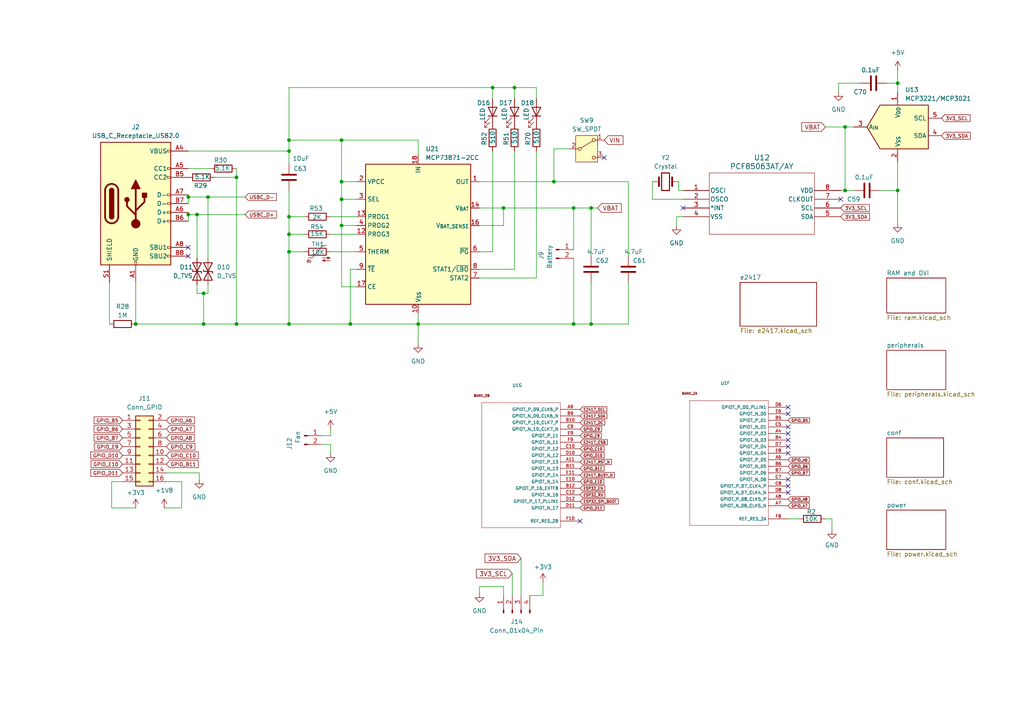
<source format=kicad_sch>
(kicad_sch (version 20250114) (generator "eeschema") (generator_version "9.0")
  (paper "A4")
  (junction (at 101.6 93.98))
  (junction (at 149.225 25.4))
  (junction (at 60.325 57.15))
  (junction (at 166.37 60.325))
  (junction (at 99.06 52.705))
  (junction (at 83.82 43.815))
  (junction (at 160.655 52.705))
  (junction (at 59.055 85.09))
  (junction (at 57.15 62.23))
  (junction (at 59.055 93.98))
  (junction (at 83.82 73.025))
  (junction (at 83.82 93.98))
  (junction (at 245.11 36.83))
  (junction (at 245.11 55.245))
  (junction (at 166.37 93.98))
  (junction (at 121.285 93.98))
  (junction (at 171.45 60.325))
  (junction (at 99.06 40.64))
  (junction (at 83.82 40.64))
  (junction (at 83.82 67.945))
  (junction (at 99.06 57.785))
  (junction (at 99.06 65.405))
  (junction (at 142.875 25.4))
  (junction (at 68.58 51.435))
  (junction (at 171.45 93.98))
  (junction (at 260.35 55.245))
  (junction (at 146.05 60.325))
  (junction (at 260.35 24.13))
  (junction (at 39.37 93.98))
  (junction (at 83.82 62.865))
  (junction (at 68.58 93.98))
  (junction (at 54.61 62.23))
  (junction (at 54.61 57.15))
  (no_connect (at 54.61 71.755))
  (no_connect (at 228.6 142.875))
  (no_connect (at 228.6 125.73))
  (no_connect (at 228.6 129.54))
  (no_connect (at 228.6 123.825))
  (no_connect (at 228.6 131.445))
  (no_connect (at 228.6 120.015))
  (no_connect (at 228.6 140.97))
  (no_connect (at 228.6 139.065))
  (no_connect (at 168.275 151.13))
  (no_connect (at 54.61 74.295))
  (no_connect (at 175.26 45.72))
  (no_connect (at 243.84 57.785))
  (no_connect (at 198.12 60.325))
  (no_connect (at 228.6 118.11))
  (no_connect (at 228.6 127.635))
  (wire (pts (xy 83.82 73.025) (xy 88.265 73.025)))
  (wire (pts (xy 155.575 25.4) (xy 149.225 25.4)))
  (wire (pts (xy 59.055 85.09) (xy 60.325 85.09)))
  (wire (pts (xy 101.6 93.98) (xy 121.285 93.98)))
  (wire (pts (xy 121.285 90.805) (xy 121.285 93.98)))
  (wire (pts (xy 54.61 57.15) (xy 54.61 59.055)))
  (wire (pts (xy 260.35 55.245) (xy 260.35 64.77)))
  (wire (pts (xy 121.285 93.98) (xy 121.285 99.695)))
  (wire (pts (xy 57.15 62.23) (xy 71.12 62.23)))
  (wire (pts (xy 95.885 62.865) (xy 103.505 62.865)))
  (wire (pts (xy 241.3 150.495) (xy 241.3 153.67)))
  (wire (pts (xy 93.345 128.905) (xy 95.885 128.905)))
  (wire (pts (xy 146.05 170.18) (xy 139.065 170.18)))
  (wire (pts (xy 155.575 28.575) (xy 155.575 25.4)))
  (wire (pts (xy 151.13 161.925) (xy 151.13 172.72)))
  (wire (pts (xy 260.35 24.13) (xy 260.35 26.67)))
  (wire (pts (xy 245.11 55.245) (xy 247.65 55.245)))
  (wire (pts (xy 57.785 137.16) (xy 57.785 139.065)))
  (wire (pts (xy 260.35 20.32) (xy 260.35 24.13)))
  (wire (pts (xy 83.82 25.4) (xy 83.82 40.64)))
  (wire (pts (xy 54.61 62.23) (xy 57.15 62.23)))
  (wire (pts (xy 99.06 40.64) (xy 83.82 40.64)))
  (wire (pts (xy 95.885 126.365) (xy 93.345 126.365)))
  (wire (pts (xy 171.45 74.295) (xy 171.45 60.325)))
  (wire (pts (xy 239.395 36.83) (xy 245.11 36.83)))
  (wire (pts (xy 142.875 25.4) (xy 142.875 28.575)))
  (wire (pts (xy 99.06 65.405) (xy 99.06 57.785)))
  (wire (pts (xy 60.325 57.15) (xy 60.325 74.93)))
  (wire (pts (xy 83.82 43.815) (xy 83.82 47.625)))
  (wire (pts (xy 160.655 43.18) (xy 160.655 52.705)))
  (wire (pts (xy 121.285 45.085) (xy 121.285 40.64)))
  (wire (pts (xy 139.065 65.405) (xy 146.05 65.405)))
  (wire (pts (xy 95.885 73.025) (xy 103.505 73.025)))
  (wire (pts (xy 243.205 24.13) (xy 249.555 24.13)))
  (wire (pts (xy 153.67 172.72) (xy 157.48 172.72)))
  (wire (pts (xy 146.05 65.405) (xy 146.05 60.325)))
  (wire (pts (xy 39.37 93.98) (xy 59.055 93.98)))
  (wire (pts (xy 103.505 65.405) (xy 99.06 65.405)))
  (wire (pts (xy 245.11 36.83) (xy 245.11 55.245)))
  (wire (pts (xy 139.065 60.325) (xy 146.05 60.325)))
  (wire (pts (xy 139.065 170.18) (xy 139.065 172.085)))
  (wire (pts (xy 260.35 46.99) (xy 260.35 55.245)))
  (wire (pts (xy 196.85 55.245) (xy 198.12 55.245)))
  (wire (pts (xy 247.65 36.83) (xy 245.11 36.83)))
  (wire (pts (xy 198.12 62.865) (xy 196.215 62.865)))
  (wire (pts (xy 60.325 57.15) (xy 71.12 57.15)))
  (wire (pts (xy 57.15 85.09) (xy 59.055 85.09)))
  (wire (pts (xy 228.6 150.495) (xy 231.775 150.495)))
  (wire (pts (xy 166.37 60.325) (xy 171.45 60.325)))
  (wire (pts (xy 149.225 25.4) (xy 142.875 25.4)))
  (wire (pts (xy 171.45 81.915) (xy 171.45 93.98)))
  (wire (pts (xy 166.37 60.325) (xy 166.37 72.39)))
  (wire (pts (xy 83.82 62.865) (xy 88.265 62.865)))
  (wire (pts (xy 142.875 73.025) (xy 139.065 73.025)))
  (wire (pts (xy 189.23 52.705) (xy 189.23 57.785)))
  (wire (pts (xy 68.58 51.435) (xy 68.58 93.98)))
  (wire (pts (xy 155.575 43.815) (xy 155.575 80.645)))
  (wire (pts (xy 166.37 93.98) (xy 121.285 93.98)))
  (wire (pts (xy 95.885 124.46) (xy 95.885 126.365)))
  (wire (pts (xy 148.59 166.37) (xy 148.59 172.72)))
  (wire (pts (xy 165.1 43.18) (xy 160.655 43.18)))
  (wire (pts (xy 54.61 48.895) (xy 60.96 48.895)))
  (wire (pts (xy 99.06 83.185) (xy 99.06 65.405)))
  (wire (pts (xy 101.6 78.105) (xy 101.6 93.98)))
  (wire (pts (xy 95.885 67.945) (xy 103.505 67.945)))
  (wire (pts (xy 83.82 67.945) (xy 88.265 67.945)))
  (wire (pts (xy 149.225 43.815) (xy 149.225 78.105)))
  (wire (pts (xy 103.505 83.185) (xy 99.06 83.185)))
  (wire (pts (xy 182.245 81.915) (xy 182.245 93.98)))
  (wire (pts (xy 103.505 57.785) (xy 99.06 57.785)))
  (wire (pts (xy 155.575 80.645) (xy 139.065 80.645)))
  (wire (pts (xy 103.505 52.705) (xy 99.06 52.705)))
  (wire (pts (xy 160.655 52.705) (xy 182.245 52.705)))
  (wire (pts (xy 182.245 52.705) (xy 182.245 74.295)))
  (wire (pts (xy 139.065 52.705) (xy 160.655 52.705)))
  (wire (pts (xy 255.27 55.245) (xy 260.35 55.245)))
  (wire (pts (xy 243.84 55.245) (xy 245.11 55.245)))
  (wire (pts (xy 52.705 139.7) (xy 48.26 139.7)))
  (wire (pts (xy 54.61 56.515) (xy 54.61 57.15)))
  (wire (pts (xy 103.505 78.105) (xy 101.6 78.105)))
  (wire (pts (xy 59.055 93.98) (xy 68.58 93.98)))
  (wire (pts (xy 142.875 43.815) (xy 142.875 73.025)))
  (wire (pts (xy 54.61 57.15) (xy 60.325 57.15)))
  (wire (pts (xy 83.82 40.64) (xy 83.82 43.815)))
  (wire (pts (xy 68.58 48.895) (xy 68.58 51.435)))
  (wire (pts (xy 239.395 150.495) (xy 241.3 150.495)))
  (wire (pts (xy 196.215 62.865) (xy 196.215 65.405)))
  (wire (pts (xy 57.785 137.16) (xy 48.26 137.16)))
  (wire (pts (xy 83.82 73.025) (xy 83.82 93.98)))
  (wire (pts (xy 57.15 62.23) (xy 57.15 74.93)))
  (wire (pts (xy 146.05 60.325) (xy 166.37 60.325)))
  (wire (pts (xy 149.225 25.4) (xy 149.225 28.575)))
  (wire (pts (xy 166.37 93.98) (xy 171.45 93.98)))
  (wire (pts (xy 157.48 172.72) (xy 157.48 168.91)))
  (wire (pts (xy 196.85 52.705) (xy 196.85 55.245)))
  (wire (pts (xy 57.15 82.55) (xy 57.15 85.09)))
  (wire (pts (xy 83.82 62.865) (xy 83.82 67.945)))
  (wire (pts (xy 171.45 60.325) (xy 173.355 60.325)))
  (wire (pts (xy 52.705 147.32) (xy 52.705 139.7)))
  (wire (pts (xy 39.37 147.32) (xy 32.385 147.32)))
  (wire (pts (xy 62.23 51.435) (xy 68.58 51.435)))
  (wire (pts (xy 149.225 78.105) (xy 139.065 78.105)))
  (wire (pts (xy 39.37 93.98) (xy 39.37 81.915)))
  (wire (pts (xy 257.175 24.13) (xy 260.35 24.13)))
  (wire (pts (xy 60.325 82.55) (xy 60.325 85.09)))
  (wire (pts (xy 99.06 52.705) (xy 99.06 40.64)))
  (wire (pts (xy 83.82 67.945) (xy 83.82 73.025)))
  (wire (pts (xy 166.37 74.93) (xy 166.37 93.98)))
  (wire (pts (xy 121.285 40.64) (xy 99.06 40.64)))
  (wire (pts (xy 54.61 43.815) (xy 83.82 43.815)))
  (wire (pts (xy 95.885 128.905) (xy 95.885 131.445)))
  (wire (pts (xy 32.385 147.32) (xy 32.385 139.7)))
  (wire (pts (xy 83.82 55.245) (xy 83.82 62.865)))
  (wire (pts (xy 146.05 172.72) (xy 146.05 170.18)))
  (wire (pts (xy 99.06 57.785) (xy 99.06 52.705)))
  (wire (pts (xy 54.61 61.595) (xy 54.61 62.23)))
  (wire (pts (xy 47.625 147.32) (xy 52.705 147.32)))
  (wire (pts (xy 83.82 93.98) (xy 101.6 93.98)))
  (wire (pts (xy 32.385 139.7) (xy 35.56 139.7)))
  (wire (pts (xy 59.055 85.09) (xy 59.055 93.98)))
  (wire (pts (xy 182.245 93.98) (xy 171.45 93.98)))
  (wire (pts (xy 31.75 93.98) (xy 31.75 81.915)))
  (wire (pts (xy 54.61 62.23) (xy 54.61 64.135)))
  (wire (pts (xy 68.58 93.98) (xy 83.82 93.98)))
  (wire (pts (xy 142.875 25.4) (xy 83.82 25.4)))
  (wire (pts (xy 243.205 26.67) (xy 243.205 24.13)))
  (wire (pts (xy 189.23 57.785) (xy 198.12 57.785)))
  (global_label "E2417_DC" (shape input) (at 168.275 122.555 0) (effects (font (size 0.762 0.762))) (property "Intersheetrefs" "${INTERSHEET_REFS}" (effects (hide yes))))
  (global_label "GPIO_B7" (shape input) (at 35.56 127 180) (effects (font (size 1.016 1.016))) (property "Intersheetrefs" "${INTERSHEET_REFS}" (effects (hide yes))))
  (global_label "GPIO_E10" (shape input) (at 35.56 134.62 180) (effects (font (size 1.016 1.016))) (property "Intersheetrefs" "${INTERSHEET_REFS}" (effects (hide yes))))
  (global_label "3V3_SCL" (shape input) (at 273.05 34.29 0) (effects (font (size 1.016 1.016))) (property "Intersheetrefs" "${INTERSHEET_REFS}" (effects (hide yes))))
  (global_label "GPIO_B11" (shape input) (at 48.26 134.62 0) (effects (font (size 1.016 1.016))) (property "Intersheetrefs" "${INTERSHEET_REFS}" (effects (hide yes))))
  (global_label "3V3_SDA" (shape input) (at 273.05 39.37 0) (effects (font (size 1.016 1.016))) (property "Intersheetrefs" "${INTERSHEET_REFS}" (effects (hide yes))))
  (global_label "GPIO_B6" (shape input) (at 228.6 135.255 0) (effects (font (size 0.762 0.762))) (property "Intersheetrefs" "${INTERSHEET_REFS}" (effects (hide yes))))
  (global_label "GPIO_A6" (shape input) (at 228.6 133.35 0) (effects (font (size 0.762 0.762))) (property "Intersheetrefs" "${INTERSHEET_REFS}" (effects (hide yes))))
  (global_label "GPIO_A6" (shape input) (at 48.26 121.92 0) (effects (font (size 1.016 1.016))) (property "Intersheetrefs" "${INTERSHEET_REFS}" (effects (hide yes))))
  (global_label "E2417_RST_N" (shape input) (at 168.275 133.985 0) (effects (font (size 0.762 0.762))) (property "Intersheetrefs" "${INTERSHEET_REFS}" (effects (hide yes))))
  (global_label "3V3_SDA" (shape input) (at 243.84 62.865 0) (effects (font (size 1.016 1.016))) (property "Intersheetrefs" "${INTERSHEET_REFS}" (effects (hide yes))))
  (global_label "USBC_D+" (shape input) (at 71.12 62.23 0) (effects (font (size 1.016 1.016))) (property "Intersheetrefs" "${INTERSHEET_REFS}" (effects (hide yes))))
  (global_label "VIN" (shape input) (at 175.26 40.64 0) (property "Intersheetrefs" "${INTERSHEET_REFS}" (effects (hide yes))))
  (global_label "GPIO_B7" (shape input) (at 228.6 137.16 0) (effects (font (size 0.762 0.762))) (property "Intersheetrefs" "${INTERSHEET_REFS}" (effects (hide yes))))
  (global_label "GPIO_C9" (shape input) (at 168.275 124.46 0) (effects (font (size 0.762 0.762))) (property "Intersheetrefs" "${INTERSHEET_REFS}" (effects (hide yes))))
  (global_label "ESP32_RX" (shape input) (at 168.275 143.51 0) (effects (font (size 0.762 0.762))) (property "Intersheetrefs" "${INTERSHEET_REFS}" (effects (hide yes))))
  (global_label "GPIO_C9" (shape input) (at 48.26 129.54 0) (effects (font (size 1.016 1.016))) (property "Intersheetrefs" "${INTERSHEET_REFS}" (effects (hide yes))))
  (global_label "GPIO_E10" (shape input) (at 168.275 139.7 0) (effects (font (size 0.762 0.762))) (property "Intersheetrefs" "${INTERSHEET_REFS}" (effects (hide yes))))
  (global_label "ESP32_EN" (shape input) (at 168.275 141.605 0) (effects (font (size 0.762 0.762))) (property "Intersheetrefs" "${INTERSHEET_REFS}" (effects (hide yes))))
  (global_label "E2417_SCL" (shape input) (at 168.275 118.745 0) (effects (font (size 0.762 0.762))) (property "Intersheetrefs" "${INTERSHEET_REFS}" (effects (hide yes))))
  (global_label "GPIO_D10" (shape input) (at 35.56 132.08 180) (effects (font (size 1.016 1.016))) (property "Intersheetrefs" "${INTERSHEET_REFS}" (effects (hide yes))))
  (global_label "E2417_BUSY_N" (shape input) (at 168.275 137.795 0) (effects (font (size 0.762 0.762))) (property "Intersheetrefs" "${INTERSHEET_REFS}" (effects (hide yes))))
  (global_label "GPIO_D10" (shape input) (at 168.275 132.08 0) (effects (font (size 0.762 0.762))) (property "Intersheetrefs" "${INTERSHEET_REFS}" (effects (hide yes))))
  (global_label "GPIO_D11" (shape input) (at 35.56 137.16 180) (effects (font (size 1.016 1.016))) (property "Intersheetrefs" "${INTERSHEET_REFS}" (effects (hide yes))))
  (global_label "3V3_SCL" (shape input) (at 243.84 60.325 0) (effects (font (size 1.016 1.016))) (property "Intersheetrefs" "${INTERSHEET_REFS}" (effects (hide yes))))
  (global_label "GPIO_C10" (shape input) (at 168.275 130.175 0) (effects (font (size 0.762 0.762))) (property "Intersheetrefs" "${INTERSHEET_REFS}" (effects (hide yes))))
  (global_label "GPIO_A8" (shape input) (at 228.6 144.78 0) (effects (font (size 0.762 0.762))) (property "Intersheetrefs" "${INTERSHEET_REFS}" (effects (hide yes))))
  (global_label "GPIO_D11" (shape input) (at 168.275 147.32 0) (effects (font (size 0.762 0.762))) (property "Intersheetrefs" "${INTERSHEET_REFS}" (effects (hide yes))))
  (global_label "3V3_SDA" (shape input) (at 151.13 161.925 180) (property "Intersheetrefs" "${INTERSHEET_REFS}" (effects (hide yes))))
  (global_label "GPIO_A8" (shape input) (at 48.26 127 0) (effects (font (size 1.016 1.016))) (property "Intersheetrefs" "${INTERSHEET_REFS}" (effects (hide yes))))
  (global_label "E2417_CSB" (shape input) (at 168.275 128.27 0) (effects (font (size 0.762 0.762))) (property "Intersheetrefs" "${INTERSHEET_REFS}" (effects (hide yes))))
  (global_label "VBAT" (shape input) (at 239.395 36.83 180) (property "Intersheetrefs" "${INTERSHEET_REFS}" (effects (hide yes))))
  (global_label "GPIO_A7" (shape input) (at 228.6 146.685 0) (effects (font (size 0.762 0.762))) (property "Intersheetrefs" "${INTERSHEET_REFS}" (effects (hide yes))))
  (global_label "VBAT" (shape input) (at 173.355 60.325 0) (property "Intersheetrefs" "${INTERSHEET_REFS}" (effects (hide yes))))
  (global_label "GPIO_C10" (shape input) (at 48.26 132.08 0) (effects (font (size 1.016 1.016))) (property "Intersheetrefs" "${INTERSHEET_REFS}" (effects (hide yes))))
  (global_label "GPIO_B5" (shape input) (at 35.56 121.92 180) (effects (font (size 1.016 1.016))) (property "Intersheetrefs" "${INTERSHEET_REFS}" (effects (hide yes))))
  (global_label "ESP32_SPI_BOOT" (shape input) (at 168.275 145.415 0) (effects (font (size 0.762 0.762))) (property "Intersheetrefs" "${INTERSHEET_REFS}" (effects (hide yes))))
  (global_label "GPIO_B6" (shape input) (at 35.56 124.46 180) (effects (font (size 1.016 1.016))) (property "Intersheetrefs" "${INTERSHEET_REFS}" (effects (hide yes))))
  (global_label "GPIO_B11" (shape input) (at 168.275 135.89 0) (effects (font (size 0.762 0.762))) (property "Intersheetrefs" "${INTERSHEET_REFS}" (effects (hide yes))))
  (global_label "GPIO_E9" (shape input) (at 168.275 126.365 0) (effects (font (size 0.762 0.762))) (property "Intersheetrefs" "${INTERSHEET_REFS}" (effects (hide yes))))
  (global_label "E2417_SDA" (shape input) (at 168.275 120.65 0) (effects (font (size 0.762 0.762))) (property "Intersheetrefs" "${INTERSHEET_REFS}" (effects (hide yes))))
  (global_label "GPIO_E9" (shape input) (at 35.56 129.54 180) (effects (font (size 1.016 1.016))) (property "Intersheetrefs" "${INTERSHEET_REFS}" (effects (hide yes))))
  (global_label "GPIO_A7" (shape input) (at 48.26 124.46 0) (effects (font (size 1.016 1.016))) (property "Intersheetrefs" "${INTERSHEET_REFS}" (effects (hide yes))))
  (global_label "USBC_D-" (shape input) (at 71.12 57.15 0) (effects (font (size 1.016 1.016))) (property "Intersheetrefs" "${INTERSHEET_REFS}" (effects (hide yes))))
  (global_label "GPIO_B5" (shape input) (at 228.6 121.92 0) (effects (font (size 0.762 0.762))) (property "Intersheetrefs" "${INTERSHEET_REFS}" (effects (hide yes))))
  (global_label "3V3_SCL" (shape input) (at 148.59 166.37 180) (property "Intersheetrefs" "${INTERSHEET_REFS}" (effects (hide yes))))
  (symbol (lib_id "Device:R") (at 92.075 62.865 90) (unit 1)
    (property "Reference" "R53" (at 91.694 60.452 90))
    (property "Value" "2K" (at 91.948 62.992 90))
    (property "Footprint" "Resistor_SMD:R_0603_1608Metric" (effects (hide yes)))
  )
  (symbol (lib_id "power:GND") (at 260.35 64.77 0) (unit 1)
    (property "Reference" "#PWR071" (effects (hide yes)))
    (property "Value" "GND" (at 260.35 69.85 0))
    (property "Description" "Power symbol creates a global label with name \"GND\" , ground" (effects (hide yes)))
  )
  (symbol (lib_id "endeavour2:Ti60F256") (at 200.025 116.205 0) (unit 6)
    (property "Reference" "U1" (at 210.3401 111.125 0) (effects (font (size 0.889 0.889))))
    (property "Value" "Ti60F256" (effects (hide yes)))
    (property "Footprint" "Package_BGA:BGA-256_14.0x14.0mm_Layout16x16_P0.8mm_Ball0.45mm_Pad0.32mm_NSMD" (effects (hide yes)))
    (property "SPLIT_INST" "TRUE" (effects (hide yes)))
    (property "SWAP_INFO" "(S1+S2+S3+S4+S5+S6+S7+S8+S9+S10+S11+S12+S13)" (effects (hide yes)))
  )
  (symbol (lib_id "Device:R") (at 149.225 40.005 0) (unit 1)
    (property "Reference" "R51" (at 146.812 42.164 90) (effects (justify left)))
    (property "Value" "510" (at 149.225 41.783 90) (effects (justify left)))
    (property "Footprint" "Resistor_SMD:R_0603_1608Metric" (effects (hide yes)))
    (property "Description" "Resistor" (effects (hide yes)))
  )
  (symbol (lib_id "Connector:USB_C_Receptacle_USB2.0") (at 39.37 59.055 0) (unit 1)
    (property "Reference" "J2" (at 39.37 36.83 0))
    (property "Value" "USB_C_Receptacle_USB2.0" (at 39.37 39.37 0))
    (property "Footprint" "endeavour2:USB_C_Receptacle_GCT_USB4105-xx-A_16P_TopMnt_Horizontal" (effects (hide yes)))
    (property "Datasheet" "https://www.usb.org/sites/default/files/documents/usb_type-c.zip" (effects (hide yes)))
  )
  (symbol (lib_id "Device:C") (at 171.45 78.105 0) (unit 1)
    (property "Reference" "C62" (at 172.72 75.565 0) (effects (justify left)))
    (property "Value" "4.7uF" (at 170.18 73.025 0) (effects (justify left)))
    (property "Footprint" "Capacitor_SMD:C_0603_1608Metric" (effects (hide yes)))
    (property "Description" "Unpolarized capacitor" (effects (hide yes)))
  )
  (symbol (lib_id "Connector:Conn_01x02_Pin") (at 161.29 72.39 0) (unit 1)
    (property "Reference" "J9" (at 156.972 72.898 90) (effects (justify right)))
    (property "Value" "Battery" (at 159.385 70.993 90) (effects (justify right)))
    (property "Footprint" "Connector_JST:JST_PH_S2B-PH-K_1x02_P2.00mm_Horizontal" (effects (hide yes)))
    (property "Description" "Generic connector, single row, 01x02, script generated" (effects (hide yes)))
  )
  (symbol (lib_id "Analog_ADC:MCP3221") (at 260.35 36.83 0) (unit 1)
    (property "Reference" "U13" (at 262.4933 26.035 0) (effects (justify left)))
    (property "Value" "MCP3221/MCP3021" (at 262.4933 28.575 0) (effects (justify left)))
    (property "Footprint" "Package_TO_SOT_SMD:SOT-23-5" (effects (hide yes)))
    (property "Datasheet" "https://ww1.microchip.com/downloads/en/devicedoc/20001732e.pdf" (effects (hide yes)))
    (property "Description" "Single channel 12bit SAR Analog to Digital Converter, I2C Interface, SOT-23-5" (effects (hide yes)))
  )
  (symbol (lib_id "Device:R") (at 155.575 40.005 0) (unit 1)
    (property "Reference" "R70" (at 153.162 42.164 90) (effects (justify left)))
    (property "Value" "510" (at 155.575 41.783 90) (effects (justify left)))
    (property "Footprint" "Resistor_SMD:R_0603_1608Metric" (effects (hide yes)))
    (property "Description" "Resistor" (effects (hide yes)))
  )
  (symbol (lib_id "Device:R") (at 142.875 40.005 0) (unit 1)
    (property "Reference" "R52" (at 140.462 42.164 90) (effects (justify left)))
    (property "Value" "510" (at 142.875 41.783 90) (effects (justify left)))
    (property "Footprint" "Resistor_SMD:R_0603_1608Metric" (effects (hide yes)))
    (property "Description" "Resistor" (effects (hide yes)))
  )
  (symbol (lib_id "Device:D_TVS") (at 60.325 78.74 90) (unit 1)
    (property "Reference" "D10" (at 62.865 77.4699 90) (effects (justify right)))
    (property "Value" "D_TVS" (at 62.865 80.0099 90) (effects (justify right)))
    (property "Footprint" "Diode_SMD:D_0603_1608Metric" (effects (hide yes)))
    (property "Description" "Bidirectional transient-voltage-suppression diode" (effects (hide yes)))
  )
  (symbol (lib_id "Device:R") (at 58.42 51.435 90) (unit 1)
    (property "Reference" "R29" (at 58.166 53.848 90))
    (property "Value" "5.1K" (at 58.674 51.308 90))
    (property "Footprint" "Resistor_SMD:R_0603_1608Metric" (effects (hide yes)))
  )
  (symbol (lib_id "endeavour2:PCF85063AT_AY") (at 198.12 55.245 0) (unit 1)
    (property "Reference" "U12" (at 220.98 45.72 0) (effects (font (size 1.524 1.524))))
    (property "Value" "PCF85063AT/AY" (at 220.98 48.26 0) (effects (font (size 1.524 1.524))))
    (property "Footprint" "Package_SO:SOIC-8_3.9x4.9mm_P1.27mm" (effects (hide yes)))
    (property "Datasheet" "PCF85063AT/AY" (effects (hide yes)))
  )
  (symbol (lib_id "power:+1V8") (at 47.625 147.32 0) (unit 1)
    (property "Reference" "#PWR095" (effects (hide yes)))
    (property "Value" "+1V8" (at 47.625 142.24 0))
    (property "Description" "Power symbol creates a global label with name \"+1V8\"" (effects (hide yes)))
  )
  (symbol (lib_id "Device:Thermistor_NTC") (at 92.075 73.025 90) (unit 1)
    (property "Reference" "TH1" (at 92.202 70.866 90))
    (property "Value" "10K" (at 92.202 73.152 90))
    (property "Footprint" "Resistor_SMD:R_0603_1608Metric" (effects (hide yes)))
    (property "Description" "Temperature dependent resistor, negative temperature coefficient" (effects (hide yes)))
  )
  (symbol (lib_id "Device:LED") (at 142.875 32.385 270) (mirror x) (unit 1)
    (property "Reference" "D16" (at 142.24 29.845 90) (effects (justify right)))
    (property "Value" "LED" (at 139.954 31.242 0) (effects (justify right)))
    (property "Footprint" "LED_SMD:LED_0603_1608Metric" (effects (hide yes)))
    (property "Description" "Light emitting diode" (effects (hide yes)))
  )
  (symbol (lib_id "Device:C") (at 251.46 55.245 90) (unit 1)
    (property "Reference" "C59" (at 249.555 57.785 90) (effects (justify left)))
    (property "Value" "0.1uF" (at 253.365 51.435 90) (effects (justify left)))
    (property "Footprint" "Capacitor_SMD:C_0603_1608Metric" (effects (hide yes)))
  )
  (symbol (lib_id "Device:LED") (at 155.575 32.385 270) (mirror x) (unit 1)
    (property "Reference" "D18" (at 154.94 29.845 90) (effects (justify right)))
    (property "Value" "LED" (at 152.654 31.242 0) (effects (justify right)))
    (property "Footprint" "LED_SMD:LED_0603_1608Metric" (effects (hide yes)))
    (property "Description" "Light emitting diode" (effects (hide yes)))
  )
  (symbol (lib_id "Device:R") (at 235.585 150.495 90) (unit 1)
    (property "Reference" "R2" (at 235.331 148.463 90))
    (property "Value" "10K" (at 235.331 150.495 90))
    (property "Footprint" "Resistor_SMD:R_0603_1608Metric" (effects (hide yes)))
    (property "Description" "Resistor" (effects (hide yes)))
  )
  (symbol (lib_id "Device:R") (at 64.77 48.895 90) (unit 1)
    (property "Reference" "R30" (at 64.008 46.482 90))
    (property "Value" "5.1K" (at 64.516 48.768 90))
    (property "Footprint" "Resistor_SMD:R_0603_1608Metric" (effects (hide yes)))
  )
  (symbol (lib_id "power:+5V") (at 260.35 20.32 0) (unit 1)
    (property "Reference" "#PWR077" (effects (hide yes)))
    (property "Value" "+5V" (at 260.35 15.24 0))
  )
  (symbol (lib_id "Device:C") (at 182.245 78.105 0) (unit 1)
    (property "Reference" "C61" (at 183.515 75.565 0) (effects (justify left)))
    (property "Value" "4.7uF" (at 180.975 73.025 0) (effects (justify left)))
    (property "Footprint" "Capacitor_SMD:C_0603_1608Metric" (effects (hide yes)))
    (property "Description" "Unpolarized capacitor" (effects (hide yes)))
  )
  (symbol (lib_id "Device:D_TVS") (at 57.15 78.74 90) (unit 1)
    (property "Reference" "D11" (at 52.07 77.47 90) (effects (justify right)))
    (property "Value" "D_TVS" (at 50.165 80.01 90) (effects (justify right)))
    (property "Footprint" "Diode_SMD:D_0603_1608Metric" (effects (hide yes)))
    (property "Description" "Bidirectional transient-voltage-suppression diode" (effects (hide yes)))
  )
  (symbol (lib_id "Device:C") (at 83.82 51.435 0) (unit 1)
    (property "Reference" "C63" (at 85.09 48.895 0) (effects (justify left)))
    (property "Value" "10uF" (at 84.836 45.974 0) (effects (justify left)))
    (property "Footprint" "Capacitor_SMD:C_0603_1608Metric" (effects (hide yes)))
    (property "Description" "Unpolarized capacitor" (effects (hide yes)))
  )
  (symbol (lib_id "power:+3V3") (at 157.48 168.91 0) (unit 1)
    (property "Reference" "#PWR0127" (effects (hide yes)))
    (property "Value" "+3V3" (at 157.48 164.465 0))
    (property "Description" "Power symbol creates a global label with name \"+3V3\"" (effects (hide yes)))
  )
  (symbol (lib_id "Connector:Conn_01x04_Pin") (at 148.59 177.8 90) (unit 1)
    (property "Reference" "J14" (at 149.86 180.34 90))
    (property "Value" "Conn_01x04_Pin" (at 149.86 182.88 90))
    (property "Footprint" "Connector_PinHeader_2.54mm:PinHeader_1x04_P2.54mm_Vertical" (effects (hide yes)))
    (property "Description" "Generic connector, single row, 01x04, script generated" (effects (hide yes)))
  )
  (symbol (lib_id "Switch:SW_SPDT") (at 170.18 43.18 0) (unit 1)
    (property "Reference" "SW9" (at 170.18 34.925 0))
    (property "Value" "SW_SPDT" (at 170.18 37.465 0))
    (property "Footprint" "endeavour2:mss3111" (effects (hide yes)))
    (property "Description" "Switch, single pole double throw" (effects (hide yes)))
  )
  (symbol (lib_id "endeavour2:Ti60F256") (at 139.7 116.84 0) (unit 7)
    (property "Reference" "U1" (at 149.9906 111.76 0) (effects (font (size 0.889 0.889))))
    (property "Value" "Ti60F256" (effects (hide yes)))
    (property "Footprint" "Package_BGA:BGA-256_14.0x14.0mm_Layout16x16_P0.8mm_Ball0.45mm_Pad0.32mm_NSMD" (effects (hide yes)))
    (property "SPLIT_INST" "TRUE" (effects (hide yes)))
    (property "SWAP_INFO" "(S1+S2+S3+S4+S5+S6+S7+S8+S9+S10+S11+S12+S13)" (effects (hide yes)))
  )
  (symbol (lib_id "power:GND") (at 121.285 99.695 0) (unit 1)
    (property "Reference" "#PWR075" (effects (hide yes)))
    (property "Value" "GND" (at 121.285 104.775 0))
    (property "Description" "Power symbol creates a global label with name \"GND\" , ground" (effects (hide yes)))
  )
  (symbol (lib_id "Device:R") (at 35.56 93.98 90) (unit 1)
    (property "Reference" "R28" (at 35.56 88.9 90))
    (property "Value" "1M" (at 35.56 91.44 90))
    (property "Footprint" "Resistor_SMD:R_0603_1608Metric" (effects (hide yes)))
  )
  (symbol (lib_id "Battery_Management:MCP73871-2CC") (at 121.285 67.945 0) (unit 1)
    (property "Reference" "U21" (at 123.4283 43.18 0) (effects (justify left)))
    (property "Value" "MCP73871-2CC" (at 123.4283 45.72 0) (effects (justify left)))
    (property "Footprint" "Package_DFN_QFN:QFN-20-1EP_4x4mm_P0.5mm_EP2.5x2.5mm" (effects (hide yes)))
    (property "Datasheet" "http://www.mouser.com/ds/2/268/22090a-52174.pdf" (effects (hide yes)))
    (property "Description" "Single cell, Li-Ion/Li-Po charge management controller, 4.20V, 6h safety timer, 3.1V LBO threshold" (effects (hide yes)))
  )
  (symbol (lib_id "power:GND") (at 139.065 172.085 0) (mirror y) (unit 1)
    (property "Reference" "#PWR0128" (effects (hide yes)))
    (property "Value" "GND" (at 139.065 177.165 0))
  )
  (symbol (lib_id "Device:C") (at 253.365 24.13 90) (unit 1)
    (property "Reference" "C70" (at 251.46 26.67 90) (effects (justify left)))
    (property "Value" "0.1uF" (at 255.27 20.32 90) (effects (justify left)))
    (property "Footprint" "Capacitor_SMD:C_0603_1608Metric" (effects (hide yes)))
  )
  (symbol (lib_id "power:GND") (at 241.3 153.67 0) (unit 1)
    (property "Reference" "#PWR07" (effects (hide yes)))
    (property "Value" "GND" (at 241.3 158.115 0))
    (property "Description" "Power symbol creates a global label with name \"GND\" , ground" (effects (hide yes)))
  )
  (symbol (lib_id "power:GND") (at 95.885 131.445 0) (unit 1)
    (property "Reference" "#PWR0120" (effects (hide yes)))
    (property "Value" "GND" (at 95.885 136.525 0))
    (property "Description" "Power symbol creates a global label with name \"GND\" , ground" (effects (hide yes)))
  )
  (symbol (lib_id "Device:R") (at 92.075 67.945 90) (unit 1)
    (property "Reference" "R54" (at 91.948 65.786 90))
    (property "Value" "15K" (at 91.948 67.818 90))
    (property "Footprint" "Resistor_SMD:R_0603_1608Metric" (effects (hide yes)))
  )
  (symbol (lib_id "Connector_Generic:Conn_02x08_Odd_Even") (at 40.64 129.54 0) (unit 1)
    (property "Reference" "J11" (at 41.91 115.57 0))
    (property "Value" "Conn_GPIO" (at 41.91 118.11 0))
    (property "Footprint" "Connector_PinHeader_2.54mm:PinHeader_2x08_P2.54mm_Vertical" (effects (hide yes)))
    (property "Description" "Generic connector, double row, 02x08, odd/even pin numbering scheme (row 1 odd numbers, row 2 even numbers), script generated (kicad-library-utils/schlib/autogen/connector/)" (effects (hide yes)))
  )
  (symbol (lib_id "Device:Crystal") (at 193.04 52.705 0) (unit 1)
    (property "Reference" "Y2" (at 193.04 45.72 0))
    (property "Value" "Crystal" (at 193.04 48.26 0))
    (property "Footprint" "Crystal:Crystal_SMD_MicroCrystal_CC7V-T1A-2Pin_3.2x1.5mm_HandSoldering" (effects (hide yes)))
    (property "Description" "Two pin crystal" (effects (hide yes)))
  )
  (symbol (lib_id "power:GND") (at 196.215 65.405 0) (unit 1)
    (property "Reference" "#PWR070" (effects (hide yes)))
    (property "Value" "GND" (at 196.215 70.485 0))
    (property "Description" "Power symbol creates a global label with name \"GND\" , ground" (effects (hide yes)))
  )
  (symbol (lib_id "power:GND") (at 243.205 26.67 0) (unit 1)
    (property "Reference" "#PWR072" (effects (hide yes)))
    (property "Value" "GND" (at 243.205 31.75 0))
    (property "Description" "Power symbol creates a global label with name \"GND\" , ground" (effects (hide yes)))
  )
  (symbol (lib_id "power:+3V3") (at 39.37 147.32 0) (unit 1)
    (property "Reference" "#PWR094" (effects (hide yes)))
    (property "Value" "+3V3" (at 39.37 142.875 0))
    (property "Description" "Power symbol creates a global label with name \"+3V3\"" (effects (hide yes)))
  )
  (symbol (lib_id "Device:LED") (at 149.225 32.385 270) (mirror x) (unit 1)
    (property "Reference" "D17" (at 148.59 29.845 90) (effects (justify right)))
    (property "Value" "LED" (at 146.304 31.242 0) (effects (justify right)))
    (property "Footprint" "LED_SMD:LED_0603_1608Metric" (effects (hide yes)))
    (property "Description" "Light emitting diode" (effects (hide yes)))
  )
  (symbol (lib_id "power:GND") (at 57.785 139.065 0) (unit 1)
    (property "Reference" "#PWR093" (effects (hide yes)))
    (property "Value" "GND" (at 57.785 144.145 0))
    (property "Description" "Power symbol creates a global label with name \"GND\" , ground" (effects (hide yes)))
  )
  (symbol (lib_id "power:+5V") (at 95.885 124.46 0) (unit 1)
    (property "Reference" "#PWR0123" (effects (hide yes)))
    (property "Value" "+5V" (at 95.885 119.38 0))
  )
  (symbol (lib_id "Connector:Conn_01x02_Pin") (at 88.265 126.365 0) (unit 1)
    (property "Reference" "J12" (at 83.947 126.873 90) (effects (justify right)))
    (property "Value" "Fan" (at 86.36 124.968 90) (effects (justify right)))
    (property "Footprint" "Connector_JST:JST_PH_S2B-PH-K_1x02_P2.00mm_Horizontal" (effects (hide yes)))
    (property "Description" "Generic connector, single row, 01x02, script generated" (effects (hide yes)))
  )
  (sheet (at 257.175 147.955) (size 17.145 11.43) (stroke (width 0.1524))
    (property "Sheetname" "power" (at 257.175 147.2434 0) (effects (justify left bottom)))
    (property "Sheetfile" "power.kicad_sch" (at 257.175 159.9696 0) (effects (justify left top)))
  )
  (sheet (at 257.175 80.645) (size 17.145 10.16) (stroke (width 0.1524))
    (property "Sheetname" "RAM and DVI" (at 257.175 79.9334 0) (effects (justify left bottom)))
    (property "Sheetfile" "ram.kicad_sch" (at 257.175 91.3896 0) (effects (justify left top)))
  )
  (sheet (at 257.175 101.6) (size 17.145 11.43) (stroke (width 0.1524))
    (property "Sheetname" "peripherals" (at 257.175 100.8884 0) (effects (justify left bottom)))
    (property "Sheetfile" "peripherals.kicad_sch" (at 257.175 113.6146 0) (effects (justify left top)))
  )
  (sheet (at 257.175 127) (size 16.51 11.43) (stroke (width 0.1524))
    (property "Sheetname" "conf" (at 257.175 126.2884 0) (effects (justify left bottom)))
    (property "Sheetfile" "conf.kicad_sch" (at 257.175 139.0146 0) (effects (justify left top)))
  )
  (sheet (at 214.63 81.915) (size 22.225 12.7) (stroke (width 0.1524))
    (property "Sheetname" "e2417" (at 214.63 81.2034 0) (effects (justify left bottom)))
    (property "Sheetfile" "e2417.kicad_sch" (at 214.63 95.1996 0) (effects (justify left top)))
  )
)
</source>
